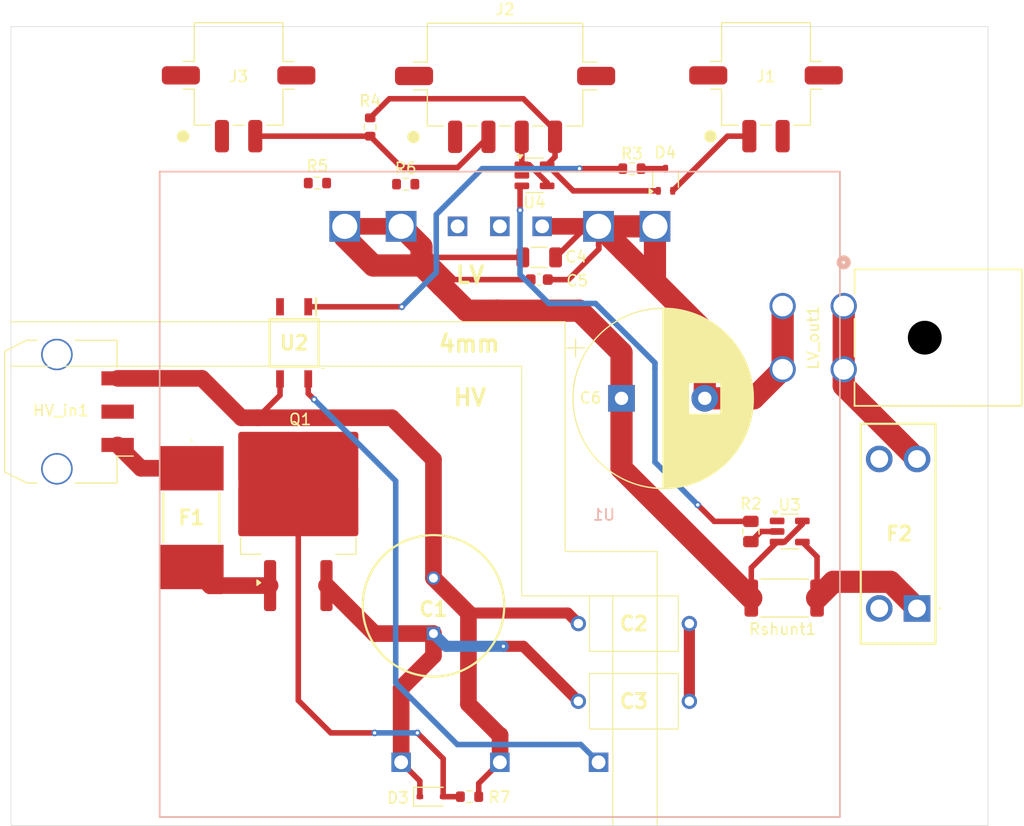
<source format=kicad_pcb>
(kicad_pcb
	(version 20240108)
	(generator "pcbnew")
	(generator_version "8.0")
	(general
		(thickness 1.6)
		(legacy_teardrops no)
	)
	(paper "A4")
	(layers
		(0 "F.Cu" signal)
		(31 "B.Cu" signal)
		(32 "B.Adhes" user "B.Adhesive")
		(33 "F.Adhes" user "F.Adhesive")
		(34 "B.Paste" user)
		(35 "F.Paste" user)
		(36 "B.SilkS" user "B.Silkscreen")
		(37 "F.SilkS" user "F.Silkscreen")
		(38 "B.Mask" user)
		(39 "F.Mask" user)
		(40 "Dwgs.User" user "User.Drawings")
		(41 "Cmts.User" user "User.Comments")
		(42 "Eco1.User" user "User.Eco1")
		(43 "Eco2.User" user "User.Eco2")
		(44 "Edge.Cuts" user)
		(45 "Margin" user)
		(46 "B.CrtYd" user "B.Courtyard")
		(47 "F.CrtYd" user "F.Courtyard")
		(48 "B.Fab" user)
		(49 "F.Fab" user)
		(50 "User.1" user)
		(51 "User.2" user)
		(52 "User.3" user)
		(53 "User.4" user)
		(54 "User.5" user)
		(55 "User.6" user)
		(56 "User.7" user)
		(57 "User.8" user)
		(58 "User.9" user)
	)
	(setup
		(stackup
			(layer "F.SilkS"
				(type "Top Silk Screen")
			)
			(layer "F.Paste"
				(type "Top Solder Paste")
			)
			(layer "F.Mask"
				(type "Top Solder Mask")
				(thickness 0.01)
			)
			(layer "F.Cu"
				(type "copper")
				(thickness 0.035)
			)
			(layer "dielectric 1"
				(type "core")
				(thickness 1.51)
				(material "FR4")
				(epsilon_r 4.5)
				(loss_tangent 0.02)
			)
			(layer "B.Cu"
				(type "copper")
				(thickness 0.035)
			)
			(layer "B.Mask"
				(type "Bottom Solder Mask")
				(thickness 0.01)
			)
			(layer "B.Paste"
				(type "Bottom Solder Paste")
			)
			(layer "B.SilkS"
				(type "Bottom Silk Screen")
			)
			(copper_finish "None")
			(dielectric_constraints no)
		)
		(pad_to_mask_clearance 0)
		(allow_soldermask_bridges_in_footprints no)
		(pcbplotparams
			(layerselection 0x00010fc_ffffffff)
			(plot_on_all_layers_selection 0x0000000_00000000)
			(disableapertmacros no)
			(usegerberextensions no)
			(usegerberattributes yes)
			(usegerberadvancedattributes yes)
			(creategerberjobfile yes)
			(dashed_line_dash_ratio 12.000000)
			(dashed_line_gap_ratio 3.000000)
			(svgprecision 4)
			(plotframeref no)
			(viasonmask no)
			(mode 1)
			(useauxorigin no)
			(hpglpennumber 1)
			(hpglpenspeed 20)
			(hpglpendiameter 15.000000)
			(pdf_front_fp_property_popups yes)
			(pdf_back_fp_property_popups yes)
			(dxfpolygonmode yes)
			(dxfimperialunits yes)
			(dxfusepcbnewfont yes)
			(psnegative no)
			(psa4output no)
			(plotreference yes)
			(plotvalue yes)
			(plotfptext yes)
			(plotinvisibletext no)
			(sketchpadsonfab no)
			(subtractmaskfromsilk no)
			(outputformat 1)
			(mirror no)
			(drillshape 1)
			(scaleselection 1)
			(outputdirectory "")
		)
	)
	(net 0 "")
	(net 1 "/HV-")
	(net 2 "Net-(U1-+S)")
	(net 3 "GND")
	(net 4 "Net-(D4-Pad3)")
	(net 5 "/HV+")
	(net 6 "/LV_Cmeasure")
	(net 7 "Net-(R3-Pad2)")
	(net 8 "+3V3")
	(net 9 "/LV+")
	(net 10 "unconnected-(HV_in1-iso_space-Pad2)")
	(net 11 "/3V_buttoncell")
	(net 12 "/TEMP_TSDCDC")
	(net 13 "Net-(LV_out1-Pin_1)")
	(net 14 "Net-(U1-CNT)")
	(net 15 "Net-(D3-K)")
	(net 16 "Net-(Q1-D)")
	(net 17 "/G")
	(net 18 "Net-(U4-+)")
	(net 19 "Net-(U1-TRM)")
	(net 20 "Net-(U3--)")
	(footprint "Resistor_SMD:R_0603_1608Metric" (layer "F.Cu") (at 172.925 62.3 180))
	(footprint "Resistor_SMD:R_0603_1608Metric" (layer "F.Cu") (at 144.6 63.6 180))
	(footprint "footprints:VY1471M29Y5UC63V0" (layer "F.Cu") (at 178.1 110.3 180))
	(footprint "FaSTTUBe_connectors:Micro_Mate-N-Lok_2p_horizontal" (layer "F.Cu") (at 185 53.8925 180))
	(footprint "Resistor_SMD:R_0603_1608Metric" (layer "F.Cu") (at 158.3 118.9))
	(footprint "footprints:CAPPRD500W60D1275H2200" (layer "F.Cu") (at 155.05 104.2 90))
	(footprint "Capacitor_SMD:C_1206_3216Metric" (layer "F.Cu") (at 164.575 70.3))
	(footprint "footprints:VY1471M29Y5UC63V0" (layer "F.Cu") (at 168.1 103.3))
	(footprint "Capacitor_SMD:C_0603_1608Metric" (layer "F.Cu") (at 164.575 72.3))
	(footprint "Diode_SMD:D_SOD-323" (layer "F.Cu") (at 154.875 118.9))
	(footprint "Capacitor_THT:CP_Radial_D16.0mm_P7.50mm" (layer "F.Cu") (at 171.987246 83))
	(footprint "Resistor_SMD:R_0805_2012Metric" (layer "F.Cu") (at 183.6375 95 -90))
	(footprint "Resistor_SMD:R_0603_1608Metric" (layer "F.Cu") (at 149.35 58.55 -90))
	(footprint "FaSTTUBe_connectors:Micro_Mate-N-Lok_2p_horizontal" (layer "F.Cu") (at 137.5 53.8925 180))
	(footprint "footprints:0ACG5000TE" (layer "F.Cu") (at 133.25 93.75 -90))
	(footprint "Package_TO_SOT_SMD:SOT-323_SC-70" (layer "F.Cu") (at 175.95 63.3 90))
	(footprint "Package_TO_SOT_SMD:SOT-23-5" (layer "F.Cu") (at 187.1375 95))
	(footprint "Resistor_SMD:R_2512_6332Metric" (layer "F.Cu") (at 186.6375 101))
	(footprint "Connector_Molex:Molex_Micro-Fit_3.0_43650-0310_1x03-1MP_P3.00mm_Horizontal_PnP" (layer "F.Cu") (at 121.485 84.2 90))
	(footprint "footprints:SOP254P700X210-4N" (layer "F.Cu") (at 142.5 78 -90))
	(footprint "Resistor_SMD:R_0603_1608Metric" (layer "F.Cu") (at 152.55 63.7))
	(footprint "Package_TO_SOT_SMD:TO-263-2" (layer "F.Cu") (at 142.875 92.225 90))
	(footprint "FaSTTUBe_connectors:Micro_Mate-N-Lok_4p_horizontal" (layer "F.Cu") (at 161.5 53.95 180))
	(footprint "footprints:01000066Z" (layer "F.Cu") (at 198.6 101.935 90))
	(footprint "Package_TO_SOT_SMD:SOT-23-5" (layer "F.Cu") (at 164.15 62.9))
	(footprint "footprints:CONN_SD-76825-0100_04_MOL" (layer "F.Cu") (at 192 74.683398 90))
	(footprint "footprints:PH300A_thru_PH600A_TDK" (layer "B.Cu") (at 169.92 115.8 90))
	(gr_line
		(start 163 80.1)
		(end 160.6 80.1)
		(stroke
			(width 0.1)
			(type default)
		)
		(layer "F.SilkS")
		(uuid "05857bcf-3526-4439-8327-564dc0c17d12")
	)
	(gr_line
		(start 166.9 76.1)
		(end 166.9 96.8)
		(stroke
			(width 0.1)
			(type default)
		)
		(layer "F.SilkS")
		(uuid "1fc52173-9aef-4f0f-ad22-083e3c6453ab")
	)
	(gr_line
		(start 171.2 121.5)
		(end 171.2 100.8)
		(stroke
			(width 0.1)
			(type default)
		)
		(layer "F.SilkS")
		(uuid "223c9ad0-6b08-4dc9-9bd2-2aef657c0bd8")
	)
	(gr_line
		(start 175.2 96.8)
		(end 175.2 121.5)
		(stroke
			(width 0.1)
			(type default)
		)
		(layer "F.SilkS")
		(uuid "22e68673-1eae-4349-9184-b39adaed9e80")
	)
	(gr_line
		(start 139.9 76.1)
		(end 117 76.1)
		(stroke
			(width 0.1)
			(type default)
		)
		(layer "F.SilkS")
		(uuid "24b265e0-8a3a-4238-bf39-c5d30c1f2a57")
	)
	(gr_line
		(start 166.95 96.8)
		(end 175.2 96.8)
		(stroke
			(width 0.1)
			(type default)
		)
		(layer "F.SilkS")
		(uuid "2d587eec-40d4-4329-8498-85a293c83152")
	)
	(gr_line
		(start 171.2 100.8)
		(end 163 100.8)
		(stroke
			(width 0.1)
			(type default)
		)
		(layer "F.SilkS")
		(uuid "39d73d19-323e-4ac8-94ee-ca381bf0a5ad")
	)
	(gr_line
		(start 166.9 76.1)
		(end 139.9 76.1)
		(stroke
			(width 0.1)
			(type default)
		)
		(layer "F.SilkS")
		(uuid "5c065674-b202-4c98-b5e2-81a09ca3d156")
	)
	(gr_line
		(start 163 100.8)
		(end 163 80.1)
		(stroke
			(width 0.1)
			(type default)
		)
		(layer "F.SilkS")
		(uuid "6a38399c-3e6a-4b37-aef4-e8cfd433f35e")
	)
	(gr_line
		(start 145 80.3)
		(end 145.2 80.3)
		(stroke
			(width 0.1)
			(type default)
		)
		(layer "F.SilkS")
		(uuid "8b8ddfbe-4d59-4e2e-becd-77af30fe5192")
	)
	(gr_line
		(start 117 80.1)
		(end 160.6 80.1)
		(stroke
			(width 0.1)
			(type default)
		)
		(layer "F.SilkS")
		(uuid "e2d7ce23-d480-48b6-b80d-4b38e336a166")
	)
	(gr_rect
		(start 117 49.5)
		(end 205 121.5)
		(stroke
			(width 0.05)
			(type default)
		)
		(fill none)
		(layer "Edge.Cuts")
		(uuid "ba0c01ec-98e4-49fb-b685-d01f1057929d")
	)
	(gr_text "HV"
		(at 156.7 83.8 0)
		(layer "F.SilkS")
		(uuid "61e49655-271c-4553-b59c-bb35f1be5a70")
		(effects
			(font
				(size 1.5 1.5)
				(thickness 0.3)
				(bold yes)
			)
			(justify left bottom)
		)
	)
	(gr_text "4mm"
		(at 155.35 78.95 0)
		(layer "F.SilkS")
		(uuid "7d4135bb-cb31-446a-81fe-db7eedee220b")
		(effects
			(font
				(size 1.5 1.5)
				(thickness 0.3)
				(bold yes)
			)
			(justify left bottom)
		)
	)
	(gr_text "LV"
		(at 156.9 72.75 0)
		(layer "F.SilkS")
		(uuid "a686acd8-bf27-49ab-a9d1-20defc3b7a1f")
		(effects
			(font
				(size 1.5 1.5)
				(thickness 0.3)
				(bold yes)
			)
			(justify left bottom)
		)
	)
	(segment
		(start 158.2 102.35)
		(end 158.2 110.55)
		(width 1.5)
		(layer "F.Cu")
		(net 1)
		(uuid "33ce06df-4dda-4943-b962-e21d0cec003c")
	)
	(segment
		(start 168.1 103.3)
		(end 167.15 102.35)
		(width 1)
		(layer "F.Cu")
		(net 1)
		(uuid "3e58a281-c5aa-483b-b46a-ca4b1d45e61e")
	)
	(segment
		(start 139.2 84.75)
		(end 151.3 84.75)
		(width 1.5)
		(layer "F.Cu")
		(net 1)
		(uuid "422f6dc2-db0d-4758-b45d-250516ee6438")
	)
	(segment
		(start 155.05 88.5)
		(end 155.05 99.2)
		(width 1.5)
		(layer "F.Cu")
		(net 1)
		(uuid "502fedf8-1b4c-4f60-ac03-67c27e178373")
	)
	(segment
		(start 134.2 81.2)
		(end 137.75 84.75)
		(width 1.5)
		(layer "F.Cu")
		(net 1)
		(uuid "5279ad07-eff4-48b8-9efc-2c8982fa382a")
	)
	(segment
		(start 161.05 115.78)
		(end 161.03 115.8)
		(width 1.5)
		(layer "F.Cu")
		(net 1)
		(uuid "550ad2a7-3c15-43a2-b9d1-e16ffbfbf5a1")
	)
	(segment
		(start 158.2 110.55)
		(end 161 113.35)
		(width 1.5)
		(layer "F.Cu")
		(net 1)
		(uuid "682b7b16-ff6e-49c7-a243-0b05f8d9a902")
	)
	(segment
		(start 159.125 117.705)
		(end 161.03 115.8)
		(width 0.5)
		(layer "F.Cu")
		(net 1)
		(uuid "6ace920f-253c-4f5c-8878-59d7a13e3cfb")
	)
	(segment
		(start 151.3 84.75)
		(end 155.05 88.5)
		(width 1.5)
		(layer "F.Cu")
		(net 1)
		(uuid "7044a41f-3706-4206-b4b3-0602a4bb8325")
	)
	(segment
		(start 137.75 84.75)
		(end 139.2 84.75)
		(width 1.5)
		(layer "F.Cu")
		(net 1)
		(uuid "71f87529-5264-4b61-be58-8ba501a9b153")
	)
	(segment
		(start 141.23 81.25)
		(end 141.23 82.72)
		(width 0.5)
		(layer "F.Cu")
		(net 1)
		(uuid "76a40ef0-75a9-402f-9525-c1371757b91a")
	)
	(segment
		(start 161.05 113.35)
		(end 161.05 115.78)
		(width 1.5)
		(layer "F.Cu")
		(net 1)
		(uuid "7b97c934-0ecd-464c-8e34-e955280c9032")
	)
	(segment
		(start 159.125 118.9)
		(end 159.125 117.705)
		(width 0.5)
		(layer "F.Cu")
		(net 1)
		(uuid "aa52d55f-d610-467a-a5ed-65139829d738")
	)
	(segment
		(start 167.15 102.35)
		(end 158.2 102.35)
		(width 1)
		(layer "F.Cu")
		(net 1)
		(uuid "dbf99225-b9bf-4122-a19d-b5a58c81284c")
	)
	(segment
		(start 126.605 81.2)
		(end 134.2 81.2)
		(width 1.5)
		(layer "F.Cu")
		(net 1)
		(uuid "dc3e883d-c315-491f-a36b-8df841c05bc2")
	)
	(segment
		(start 141.23 82.72)
		(end 139.2 84.75)
		(width 0.5)
		(layer "F.Cu")
		(net 1)
		(uuid "ec8b2827-3b42-4da7-a8fd-9cf4825bbf4f")
	)
	(segment
		(start 155.05 99.2)
		(end 158.2 102.35)
		(width 1.5)
		(layer "F.Cu")
		(net 1)
		(uuid "ecc1146e-8f35-465c-933d-8c6b6be7cde4")
	)
	(segment
		(start 161 113.35)
		(end 161.05 113.35)
		(width 1.5)
		(layer "F.Cu")
		(net 1)
		(uuid "fee6cfd8-775d-49ff-b9ae-f97b7ace18a1")
	)
	(segment
		(start 169.95 69.25)
		(end 169.92 69.22)
		(width 0.5)
		(layer "F.Cu")
		(net 3)
		(uuid "09e3d3f4-1b78-45cb-9574-688b75ab4ae2")
	)
	(segment
		(start 175 67.5)
		(end 175 72.5)
		(width 2)
		(layer "F.Cu")
		(net 3)
		(uuid "12fb956a-d338-40ba-8571-4962271d59f2")
	)
	(segment
		(start 169.92 67.5)
		(end 175 67.5)
		(width 2)
		(layer "F.Cu")
		(net 3)
		(uuid "1e7eee85-e0e3-4af2-98fc-3b5a19f8fab7")
	)
	(segment
		(start 169.95 69.55)
		(end 169.95 69.25)
		(width 0.5)
		(layer "F.Cu")
		(net 3)
		(uuid "2f135cd9-bce6-4932-8690-0b43613f4fa7")
	)
	(segment
		(start 186 95)
		(end 184.55 95)
		(width 0.5)
		(layer "F.Cu")
		(net 3)
		(uuid "30497bbd-caa8-447c-87a8-7edfb68d83db")
	)
	(segment
		(start 175 72.5)
		(end 179.55 77.05)
		(width 2)
		(layer "F.Cu")
		(net 3)
		(uuid "31380a83-cdad-4617-90cb-34da716fc854")
	)
	(segment
		(start 172.2 69.7)
		(end 170 67.5)
		(width 2)
		(layer "F.Cu")
		(net 3)
		(uuid "47dc411f-b677-4314-af71-d50237600aa8")
	)
	(segment
		(start 179.487246 83)
		(end 183.883403 83)
		(width 2)
		(layer "F.Cu")
		(net 3)
		(uuid "4994c813-e62b-41a9-a2d3-c743b7d46445")
	)
	(segment
		(start 164.84 67.5)
		(end 169.92 67.5)
		(width 1.5)
		(layer "F.Cu")
		(net 3)
		(uuid "59756fb2-8cc9-405a-a227-207f1154f0c0")
	)
	(segment
		(start 179.55 77.05)
		(end 179.487246 77.112754)
		(width 2)
		(layer "F.Cu")
		(net 3)
		(uuid "5f7d4384-fd0a-4602-a6e9-6de536974898")
	)
	(segment
		(start 169.92 69.22)
		(end 169.92 67.5)
		(width 0.5)
		(layer "F.Cu")
		(net 3)
		(uuid "69456a55-fd4d-4d09-96cc-8f0689713255")
	)
	(segment
		(start 170 67.5)
		(end 169.92 67.5)
		(width 2)
		(layer "F.Cu")
		(net 3)
		(uuid "7062b858-28ec-4ec9-9915-e9c05584335a")
	)
	(segment
		(start 165.35 72.3)
		(end 167.2 72.3)
		(width 0.5)
		(layer "F.Cu")
		(net 3)
		(uuid "86f38ac1-d075-4724-920c-88a582a982a2")
	)
	(segment
		(start 178.1 103.3)
		(end 178.1 110.3)
		(width 1)
		(layer "F.Cu")
		(net 3)
		(uuid "a4d499cf-bb10-4aeb-96bd-77801c2c59cb")
	)
	(segment
		(start 186.500001 80.383402)
		(end 186.500001 74.683398)
		(width 2)
		(layer "F.Cu")
		(net 3)
		(uuid "ae1128b8-8b6f-40a9-9d05-b887c83a8958")
	)
	(segment
		(start 167.2 72.3)
		(end 169.95 69.55)
		(width 0.5)
		(layer "F.Cu")
		(net 3)
		(uuid "b283d754-7222-4733-9062-743bec8be612")
	)
	(segment
		(start 184.55 95)
		(end 183.6375 95.9125)
		(width 0.5)
		(layer "F.Cu")
		(net 3)
		(uuid "cf4f2ad3-705a-4832-9ad1-5e3b81d03b2d")
	)
	(segment
		(start 179.487246 77.112754)
		(end 179.487246 83)
		(width 2)
		(layer "F.Cu")
		(net 3)
		(uuid "d776da73-acf3-442f-8d60-5345b4510de9")
	)
	(segment
		(start 166.05 70.3)
		(end 168.85 67.5)
		(width 0.5)
		(layer "F.Cu")
		(net 3)
		(uuid "dc39f97e-3794-4b42-81c0-2cf037834b1e")
	)
	(segment
		(start 183.883403 83)
		(end 186.500001 80.383402)
		(width 2)
		(layer "F.Cu")
		(net 3)
		(uuid "e428ee97-0547-4771-9e77-253688ccb851")
	)
	(segment
		(start 168.85 67.5)
		(end 169.92 67.5)
		(width 0.5)
		(layer "F.Cu")
		(net 3)
		(uuid "e95e4289-6944-401c-9bec-46a47882989a")
	)
	(segment
		(start 175 72.5)
		(end 172.2 69.7)
		(width 2)
		(layer "F.Cu")
		(net 3)
		(uuid "e9973e91-a488-4318-b4a5-59580b4acfcf")
	)
	(segment
		(start 173.75 62.3)
		(end 175.95 62.3)
		(width 0.5)
		(layer "F.Cu")
		(net 4)
		(uuid "cce20d88-dce5-435b-bfb7-2da8cc77b3f8")
	)
	(segment
		(start 126.605 87.205)
		(end 128.7 89.3)
		(width 1.5)
		(layer "F.Cu")
		(net 5)
		(uuid "0b57db46-49a1-4a4b-8d31-03d24a7f3527")
	)
	(segment
		(start 128.7 89.3)
		(end 133.25 89.3)
		(width 1.5)
		(layer "F.Cu")
		(net 5)
		(uuid "97c616b5-d0d7-4ecd-9459-c65d91a5bfaa")
	)
	(segment
		(start 126.605 87.2)
		(end 126.605 87.205)
		(width 1.5)
		(layer "F.Cu")
		(net 5)
		(uuid "e2c5e7da-fd95-4677-ae26-73c515db809d")
	)
	(segment
		(start 163.0125 59.4425)
		(end 163 59.43)
		(width 0.5)
		(layer "F.Cu")
		(net 6)
		(uuid "0e5b7798-6582-4038-9f96-9908aa560fc8")
	)
	(segment
		(start 163.0125 61.95)
		(end 163.0125 59.4425)
		(width 0.5)
		(layer "F.Cu")
		(net 6)
		(uuid "14448757-c499-40f7-83ce-f1f0e560b84f")
	)
	(segment
		(start 165.2875 63.562501)
		(end 165.2875 63.85)
		(width 0.5)
		(layer "F.Cu")
		(net 6)
		(uuid "d114b8de-071f-434e-b331-8cad9bbc11e1")
	)
	(segment
		(start 163.674999 61.95)
		(end 165.2875 63.562501)
		(width 0.5)
		(layer "F.Cu")
		(net 6)
		(uuid "d540d0a5-402b-488a-aae0-a210ec6d18c0")
	)
	(segment
		(start 163.0125 61.95)
		(end 163.674999 61.95)
		(width 0.5)
		(layer "F.Cu")
		(net 6)
		(uuid "e91acfb6-0d52-43ad-a2dc-f0434e275a98")
	)
... [15375 chars truncated]
</source>
